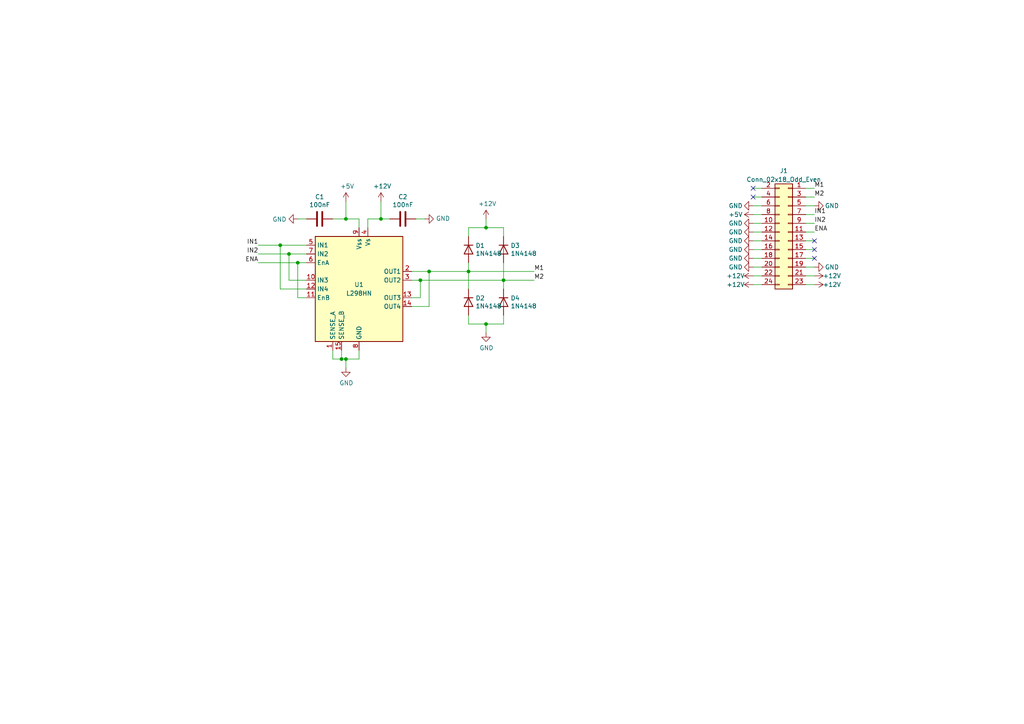
<source format=kicad_sch>
(kicad_sch (version 20200512) (host eeschema "5.99.0-unknown-ad88874~101~ubuntu20.04.1")
  (page 1 1)
  (paper "A4")
  (lib_symbols
    (symbol "Connector_Generic:Conn_02x12_Odd_Even" (pin_names hide)
      (property "Reference" "J" (at 1.27 15.24 0))
      (property "Value" "Conn_02x12_Odd_Even" (at 1.27 -17.78 0))
      (symbol "Conn_02x12_Odd_Even_1_1"
        (rectangle (start -1.27 -4.953) (end 0 -5.207))
        (rectangle (start -1.27 -7.493) (end 0 -7.747))
        (rectangle (start -1.27 -10.033) (end 0 -10.287))
        (rectangle (start -1.27 -12.573) (end 0 -12.827))
        (rectangle (start -1.27 -15.113) (end 0 -15.367))
        (rectangle (start -1.27 -2.413) (end 0 -2.667))
        (rectangle (start -1.27 2.667) (end 0 2.413))
        (rectangle (start -1.27 5.207) (end 0 4.953))
        (rectangle (start -1.27 7.747) (end 0 7.493))
        (rectangle (start -1.27 10.287) (end 0 10.033))
        (rectangle (start -1.27 0.127) (end 0 -0.127))
        (rectangle (start -1.27 12.827) (end 0 12.573))
        (rectangle (start -1.27 13.97) (end 3.81 -16.51) (stroke (width 0.254)) (fill (type background)))
        (rectangle (start 3.81 -4.953) (end 2.54 -5.207))
        (rectangle (start 3.81 -7.493) (end 2.54 -7.747))
        (rectangle (start 3.81 -10.033) (end 2.54 -10.287))
        (rectangle (start 3.81 -12.573) (end 2.54 -12.827))
        (rectangle (start 3.81 -15.113) (end 2.54 -15.367))
        (rectangle (start 3.81 -2.413) (end 2.54 -2.667))
        (rectangle (start 3.81 2.667) (end 2.54 2.413))
        (rectangle (start 3.81 5.207) (end 2.54 4.953))
        (rectangle (start 3.81 7.747) (end 2.54 7.493))
        (rectangle (start 3.81 10.287) (end 2.54 10.033))
        (rectangle (start 3.81 0.127) (end 2.54 -0.127))
        (rectangle (start 3.81 12.827) (end 2.54 12.573))
        (pin passive line (at -5.08 12.7 0) (length 3.81) (name "Pin_1") (number "1"))
        (pin passive line (at 7.62 2.54 180) (length 3.81) (name "Pin_10") (number "10"))
        (pin passive line (at -5.08 0 0) (length 3.81) (name "Pin_11") (number "11"))
        (pin passive line (at 7.62 0 180) (length 3.81) (name "Pin_12") (number "12"))
        (pin passive line (at -5.08 -2.54 0) (length 3.81) (name "Pin_13") (number "13"))
        (pin passive line (at 7.62 -2.54 180) (length 3.81) (name "Pin_14") (number "14"))
        (pin passive line (at -5.08 -5.08 0) (length 3.81) (name "Pin_15") (number "15"))
        (pin passive line (at 7.62 -5.08 180) (length 3.81) (name "Pin_16") (number "16"))
        (pin passive line (at -5.08 -7.62 0) (length 3.81) (name "Pin_17") (number "17"))
        (pin passive line (at 7.62 -7.62 180) (length 3.81) (name "Pin_18") (number "18"))
        (pin passive line (at -5.08 -10.16 0) (length 3.81) (name "Pin_19") (number "19"))
        (pin passive line (at 7.62 12.7 180) (length 3.81) (name "Pin_2") (number "2"))
        (pin passive line (at 7.62 -10.16 180) (length 3.81) (name "Pin_20") (number "20"))
        (pin passive line (at -5.08 -12.7 0) (length 3.81) (name "Pin_21") (number "21"))
        (pin passive line (at 7.62 -12.7 180) (length 3.81) (name "Pin_22") (number "22"))
        (pin passive line (at -5.08 -15.24 0) (length 3.81) (name "Pin_23") (number "23"))
        (pin passive line (at 7.62 -15.24 180) (length 3.81) (name "Pin_24") (number "24"))
        (pin passive line (at -5.08 10.16 0) (length 3.81) (name "Pin_3") (number "3"))
        (pin passive line (at 7.62 10.16 180) (length 3.81) (name "Pin_4") (number "4"))
        (pin passive line (at -5.08 7.62 0) (length 3.81) (name "Pin_5") (number "5"))
        (pin passive line (at 7.62 7.62 180) (length 3.81) (name "Pin_6") (number "6"))
        (pin passive line (at -5.08 5.08 0) (length 3.81) (name "Pin_7") (number "7"))
        (pin passive line (at 7.62 5.08 180) (length 3.81) (name "Pin_8") (number "8"))
        (pin passive line (at -5.08 2.54 0) (length 3.81) (name "Pin_9") (number "9"))
      )
    )
    (symbol "Device:C" (pin_numbers hide) (pin_names (offset 0.254))
      (property "Reference" "C" (at 0.635 2.54 0))
      (property "Value" "C" (at 0.635 -2.54 0))
      (symbol "C_0_1"
        (polyline (pts (xy -2.032 -0.762) (xy 2.032 -0.762)) (stroke (width 0.508)))
        (polyline (pts (xy -2.032 0.762) (xy 2.032 0.762)) (stroke (width 0.508)))
      )
      (symbol "C_1_1"
        (pin passive line (at 0 3.81 270) (length 2.794) (name "~") (number "1"))
        (pin passive line (at 0 -3.81 90) (length 2.794) (name "~") (number "2"))
      )
    )
    (symbol "Diode:1N4148" (pin_numbers hide) (pin_names hide)
      (property "Reference" "D" (at 0 2.54 0))
      (property "Value" "1N4148" (at 0 -2.54 0))
      (symbol "1N4148_0_1"
        (polyline (pts (xy -1.27 1.27) (xy -1.27 -1.27)) (stroke (width 0.254)))
        (polyline (pts (xy 1.27 0) (xy -1.27 0)))
        (polyline (pts (xy 1.27 1.27) (xy 1.27 -1.27) (xy -1.27 0) (xy 1.27 1.27)) (stroke (width 0.254)))
      )
      (symbol "1N4148_1_1"
        (pin passive line (at -3.81 0 0) (length 2.54) (name "K") (number "1"))
        (pin passive line (at 3.81 0 180) (length 2.54) (name "A") (number "2"))
      )
    )
    (symbol "Driver_Motor:L298HN"
      (property "Reference" "U" (at -10.16 16.51 0))
      (property "Value" "L298HN" (at 12.7 16.51 0))
      (symbol "L298HN_0_1"
        (rectangle (start -12.7 15.24) (end 12.7 -15.24) (stroke (width 0.254)) (fill (type background)))
      )
      (symbol "L298HN_1_1"
        (pin power_in line (at -7.62 -17.78 90) (length 2.54) (name "SENSE_A") (number "1"))
        (pin input line (at -15.24 2.54 0) (length 2.54) (name "IN3") (number "10"))
        (pin input line (at -15.24 -2.54 0) (length 2.54) (name "EnB") (number "11"))
        (pin input line (at -15.24 0 0) (length 2.54) (name "IN4") (number "12"))
        (pin output line (at 15.24 -2.54 180) (length 2.54) (name "OUT3") (number "13"))
        (pin output line (at 15.24 -5.08 180) (length 2.54) (name "OUT4") (number "14"))
        (pin power_in line (at -5.08 -17.78 90) (length 2.54) (name "SENSE_B") (number "15"))
        (pin output line (at 15.24 5.08 180) (length 2.54) (name "OUT1") (number "2"))
        (pin output line (at 15.24 2.54 180) (length 2.54) (name "OUT2") (number "3"))
        (pin power_in line (at 2.54 17.78 270) (length 2.54) (name "Vs") (number "4"))
        (pin input line (at -15.24 12.7 0) (length 2.54) (name "IN1") (number "5"))
        (pin input line (at -15.24 7.62 0) (length 2.54) (name "EnA") (number "6"))
        (pin input line (at -15.24 10.16 0) (length 2.54) (name "IN2") (number "7"))
        (pin power_in line (at 0 -17.78 90) (length 2.54) (name "GND") (number "8"))
        (pin power_in line (at 0 17.78 270) (length 2.54) (name "Vss") (number "9"))
      )
    )
    (symbol "power:+12V" (power) (pin_names (offset 0))
      (property "Value" "+12V" (at 0 3.556 0))
      (symbol "+12V_0_1"
        (polyline (pts (xy -0.762 1.27) (xy 0 2.54)))
        (polyline (pts (xy 0 0) (xy 0 2.54)))
        (polyline (pts (xy 0 2.54) (xy 0.762 1.27)))
      )
      (symbol "+12V_1_1"
        (pin power_in line (at 0 0 90) (length 0) (name "+12V") (number "1") hide)
      )
    )
    (symbol "power:+5V" (power) (pin_names (offset 0))
      (property "Value" "+5V" (at 0 3.556 0))
      (symbol "+5V_0_1"
        (polyline (pts (xy -0.762 1.27) (xy 0 2.54)))
        (polyline (pts (xy 0 0) (xy 0 2.54)))
        (polyline (pts (xy 0 2.54) (xy 0.762 1.27)))
      )
      (symbol "+5V_1_1"
        (pin power_in line (at 0 0 90) (length 0) (name "+5V") (number "1") hide)
      )
    )
    (symbol "power:GND" (power) (pin_names (offset 0))
      (property "Value" "GND" (at 0 -3.81 0))
      (symbol "GND_0_1"
        (polyline (pts (xy 0 0) (xy 0 -1.27) (xy 1.27 -1.27) (xy 0 -2.54) (xy -1.27 -1.27) (xy 0 -1.27)))
      )
      (symbol "GND_1_1"
        (pin power_in line (at 0 0 270) (length 0) (name "GND") (number "1") hide)
      )
    )
  )
  (junction (at 81.28 71.12))
  (junction (at 83.82 73.66))
  (junction (at 86.36 76.2))
  (junction (at 99.06 104.14))
  (junction (at 100.33 63.5))
  (junction (at 100.33 104.14))
  (junction (at 110.49 63.5))
  (junction (at 121.92 81.28))
  (junction (at 124.46 78.74))
  (junction (at 135.89 78.74))
  (junction (at 140.97 66.04))
  (junction (at 140.97 93.98))
  (junction (at 146.05 81.28))
  (no_connect (at 236.22 72.39))
  (no_connect (at 218.44 54.61))
  (no_connect (at 236.22 69.85))
  (no_connect (at 218.44 57.15))
  (no_connect (at 236.22 74.93))
  (wire (pts (xy 74.93 71.12) (xy 81.28 71.12)))
  (wire (pts (xy 74.93 73.66) (xy 83.82 73.66)))
  (wire (pts (xy 74.93 76.2) (xy 86.36 76.2)))
  (wire (pts (xy 81.28 71.12) (xy 81.28 83.82)))
  (wire (pts (xy 81.28 71.12) (xy 88.9 71.12)))
  (wire (pts (xy 81.28 83.82) (xy 88.9 83.82)))
  (wire (pts (xy 83.82 73.66) (xy 83.82 81.28)))
  (wire (pts (xy 83.82 73.66) (xy 88.9 73.66)))
  (wire (pts (xy 83.82 81.28) (xy 88.9 81.28)))
  (wire (pts (xy 86.36 76.2) (xy 86.36 86.36)))
  (wire (pts (xy 86.36 86.36) (xy 88.9 86.36)))
  (wire (pts (xy 88.9 63.5) (xy 86.36 63.5)))
  (wire (pts (xy 88.9 76.2) (xy 86.36 76.2)))
  (wire (pts (xy 96.52 101.6) (xy 96.52 104.14)))
  (wire (pts (xy 96.52 104.14) (xy 99.06 104.14)))
  (wire (pts (xy 99.06 101.6) (xy 99.06 104.14)))
  (wire (pts (xy 100.33 58.42) (xy 100.33 63.5)))
  (wire (pts (xy 100.33 63.5) (xy 96.52 63.5)))
  (wire (pts (xy 100.33 63.5) (xy 104.14 63.5)))
  (wire (pts (xy 100.33 104.14) (xy 99.06 104.14)))
  (wire (pts (xy 100.33 104.14) (xy 104.14 104.14)))
  (wire (pts (xy 100.33 106.68) (xy 100.33 104.14)))
  (wire (pts (xy 104.14 63.5) (xy 104.14 66.04)))
  (wire (pts (xy 104.14 104.14) (xy 104.14 101.6)))
  (wire (pts (xy 106.68 63.5) (xy 110.49 63.5)))
  (wire (pts (xy 106.68 66.04) (xy 106.68 63.5)))
  (wire (pts (xy 110.49 58.42) (xy 110.49 63.5)))
  (wire (pts (xy 110.49 63.5) (xy 113.03 63.5)))
  (wire (pts (xy 119.38 78.74) (xy 124.46 78.74)))
  (wire (pts (xy 119.38 81.28) (xy 121.92 81.28)))
  (wire (pts (xy 119.38 86.36) (xy 121.92 86.36)))
  (wire (pts (xy 121.92 81.28) (xy 146.05 81.28)))
  (wire (pts (xy 121.92 86.36) (xy 121.92 81.28)))
  (wire (pts (xy 123.19 63.5) (xy 120.65 63.5)))
  (wire (pts (xy 124.46 78.74) (xy 124.46 88.9)))
  (wire (pts (xy 124.46 78.74) (xy 135.89 78.74)))
  (wire (pts (xy 124.46 88.9) (xy 119.38 88.9)))
  (wire (pts (xy 135.89 66.04) (xy 135.89 68.58)))
  (wire (pts (xy 135.89 78.74) (xy 135.89 76.2)))
  (wire (pts (xy 135.89 78.74) (xy 135.89 83.82)))
  (wire (pts (xy 135.89 78.74) (xy 154.94 78.74)))
  (wire (pts (xy 135.89 93.98) (xy 135.89 91.44)))
  (wire (pts (xy 140.97 63.5) (xy 140.97 66.04)))
  (wire (pts (xy 140.97 66.04) (xy 135.89 66.04)))
  (wire (pts (xy 140.97 93.98) (xy 135.89 93.98)))
  (wire (pts (xy 140.97 93.98) (xy 146.05 93.98)))
  (wire (pts (xy 140.97 96.52) (xy 140.97 93.98)))
  (wire (pts (xy 146.05 66.04) (xy 140.97 66.04)))
  (wire (pts (xy 146.05 68.58) (xy 146.05 66.04)))
  (wire (pts (xy 146.05 81.28) (xy 146.05 76.2)))
  (wire (pts (xy 146.05 81.28) (xy 154.94 81.28)))
  (wire (pts (xy 146.05 83.82) (xy 146.05 81.28)))
  (wire (pts (xy 146.05 91.44) (xy 146.05 93.98)))
  (wire (pts (xy 218.44 54.61) (xy 220.98 54.61)))
  (wire (pts (xy 218.44 57.15) (xy 220.98 57.15)))
  (wire (pts (xy 218.44 59.69) (xy 220.98 59.69)))
  (wire (pts (xy 218.44 62.23) (xy 220.98 62.23)))
  (wire (pts (xy 218.44 64.77) (xy 220.98 64.77)))
  (wire (pts (xy 218.44 67.31) (xy 220.98 67.31)))
  (wire (pts (xy 218.44 69.85) (xy 220.98 69.85)))
  (wire (pts (xy 218.44 72.39) (xy 220.98 72.39)))
  (wire (pts (xy 218.44 74.93) (xy 220.98 74.93)))
  (wire (pts (xy 218.44 77.47) (xy 220.98 77.47)))
  (wire (pts (xy 218.44 80.01) (xy 220.98 80.01)))
  (wire (pts (xy 218.44 82.55) (xy 220.98 82.55)))
  (wire (pts (xy 233.68 67.31) (xy 236.22 67.31)))
  (wire (pts (xy 233.68 69.85) (xy 236.22 69.85)))
  (wire (pts (xy 236.22 54.61) (xy 233.68 54.61)))
  (wire (pts (xy 236.22 57.15) (xy 233.68 57.15)))
  (wire (pts (xy 236.22 59.69) (xy 233.68 59.69)))
  (wire (pts (xy 236.22 62.23) (xy 233.68 62.23)))
  (wire (pts (xy 236.22 64.77) (xy 233.68 64.77)))
  (wire (pts (xy 236.22 72.39) (xy 233.68 72.39)))
  (wire (pts (xy 236.22 74.93) (xy 233.68 74.93)))
  (wire (pts (xy 236.22 77.47) (xy 233.68 77.47)))
  (wire (pts (xy 236.22 80.01) (xy 233.68 80.01)))
  (wire (pts (xy 236.22 82.55) (xy 233.68 82.55)))
  (label "IN1" (at 74.93 71.12 180))
  (label "IN2" (at 74.93 73.66 180))
  (label "ENA" (at 74.93 76.2 180))
  (label "M1" (at 154.94 78.74 0))
  (label "M2" (at 154.94 81.28 0))
  (label "M1" (at 236.22 54.61 0))
  (label "M2" (at 236.22 57.15 0))
  (label "IN1" (at 236.22 62.23 0))
  (label "IN2" (at 236.22 64.77 0))
  (label "ENA" (at 236.22 67.31 0))
  (symbol (lib_id "power:+5V") (at 100.33 58.42 0) (unit 1)
    (property "Reference" "#PWR0127" (effects hide))
    (property "Value" "+5V" (at 100.711 54.0258 0))
  )
  (symbol (lib_id "power:+12V") (at 110.49 58.42 0) (unit 1)
    (property "Reference" "#PWR0123" (effects hide))
    (property "Value" "+12V" (at 110.871 54.0258 0))
  )
  (symbol (lib_id "power:+12V") (at 140.97 63.5 0) (unit 1)
    (property "Reference" "#PWR0119" (effects hide))
    (property "Value" "+12V" (at 141.351 59.1058 0))
  )
  (symbol (lib_id "power:+5V") (at 218.44 62.23 90) (unit 1)
    (property "Reference" "#PWR057" (effects hide))
    (property "Value" "+5V" (at 213.36 62.23 90))
  )
  (symbol (lib_id "power:+12V") (at 218.44 80.01 90) (mirror x) (unit 1)
    (property "Reference" "#PWR064" (effects hide))
    (property "Value" "+12V" (at 213.36 80.01 90))
  )
  (symbol (lib_id "power:+12V") (at 218.44 82.55 90) (mirror x) (unit 1)
    (property "Reference" "#PWR065" (effects hide))
    (property "Value" "+12V" (at 213.36 82.55 90))
  )
  (symbol (lib_id "power:+12V") (at 236.22 80.01 270) (unit 1)
    (property "Reference" "#PWR068" (effects hide))
    (property "Value" "+12V" (at 241.3 80.01 90))
  )
  (symbol (lib_id "power:+12V") (at 236.22 82.55 270) (unit 1)
    (property "Reference" "#PWR069" (effects hide))
    (property "Value" "+12V" (at 241.3 82.55 90))
  )
  (symbol (lib_id "power:GND") (at 86.36 63.5 270) (unit 1)
    (property "Reference" "#PWR0122" (effects hide))
    (property "Value" "GND" (at 83.1088 63.627 90) (effects (justify right)))
  )
  (symbol (lib_id "power:GND") (at 100.33 106.68 0) (unit 1)
    (property "Reference" "#PWR0125" (effects hide))
    (property "Value" "GND" (at 100.457 111.0742 0))
  )
  (symbol (lib_id "power:GND") (at 123.19 63.5 90) (unit 1)
    (property "Reference" "#PWR0121" (effects hide))
    (property "Value" "GND" (at 126.4412 63.373 90) (effects (justify right)))
  )
  (symbol (lib_id "power:GND") (at 140.97 96.52 0) (unit 1)
    (property "Reference" "#PWR0120" (effects hide))
    (property "Value" "GND" (at 141.097 100.9142 0))
  )
  (symbol (lib_id "power:GND") (at 218.44 59.69 270) (unit 1)
    (property "Reference" "#PWR063" (effects hide))
    (property "Value" "GND" (at 213.36 59.69 90))
  )
  (symbol (lib_id "power:GND") (at 218.44 64.77 270) (unit 1)
    (property "Reference" "#PWR058" (effects hide))
    (property "Value" "GND" (at 213.36 64.77 90))
  )
  (symbol (lib_id "power:GND") (at 218.44 67.31 270) (unit 1)
    (property "Reference" "#PWR059" (effects hide))
    (property "Value" "GND" (at 213.36 67.31 90))
  )
  (symbol (lib_id "power:GND") (at 218.44 69.85 270) (unit 1)
    (property "Reference" "#PWR060" (effects hide))
    (property "Value" "GND" (at 213.36 69.85 90))
  )
  (symbol (lib_id "power:GND") (at 218.44 72.39 270) (unit 1)
    (property "Reference" "#PWR061" (effects hide))
    (property "Value" "GND" (at 213.36 72.39 90))
  )
  (symbol (lib_id "power:GND") (at 218.44 74.93 270) (unit 1)
    (property "Reference" "#PWR062" (effects hide))
    (property "Value" "GND" (at 213.36 74.93 90))
  )
  (symbol (lib_id "power:GND") (at 218.44 77.47 270) (unit 1)
    (property "Reference" "#PWR066" (effects hide))
    (property "Value" "GND" (at 213.36 77.47 90))
  )
  (symbol (lib_id "power:GND") (at 236.22 59.69 90) (unit 1)
    (property "Reference" "#PWR067" (effects hide))
    (property "Value" "GND" (at 241.3 59.69 90))
  )
  (symbol (lib_id "power:GND") (at 236.22 77.47 90) (unit 1)
    (property "Reference" "#PWR070" (effects hide))
    (property "Value" "GND" (at 241.3 77.47 90))
  )
  (symbol (lib_id "Diode:1N4148") (at 135.89 72.39 270) (unit 1)
    (property "Reference" "D1" (at 137.922 71.2216 90) (effects (justify left)))
    (property "Value" "1N4148" (at 137.922 73.533 90) (effects (justify left)))
    (property "Footprint" "JBC_diodes:D_SOD-80" (effects hide))
    (property "Datasheet" "https://assets.nexperia.com/documents/data-sheet/1N4148_1N4448.pdf" (effects hide))
  )
  (symbol (lib_id "Diode:1N4148") (at 135.89 87.63 270) (unit 1)
    (property "Reference" "D2" (at 137.922 86.4616 90) (effects (justify left)))
    (property "Value" "1N4148" (at 137.922 88.773 90) (effects (justify left)))
    (property "Footprint" "JBC_diodes:D_SOD-80" (effects hide))
    (property "Datasheet" "https://assets.nexperia.com/documents/data-sheet/1N4148_1N4448.pdf" (effects hide))
  )
  (symbol (lib_id "Diode:1N4148") (at 146.05 72.39 270) (unit 1)
    (property "Reference" "D3" (at 148.082 71.2216 90) (effects (justify left)))
    (property "Value" "1N4148" (at 148.082 73.533 90) (effects (justify left)))
    (property "Footprint" "JBC_diodes:D_SOD-80" (effects hide))
    (property "Datasheet" "https://assets.nexperia.com/documents/data-sheet/1N4148_1N4448.pdf" (effects hide))
  )
  (symbol (lib_id "Diode:1N4148") (at 146.05 87.63 270) (unit 1)
    (property "Reference" "D4" (at 148.082 86.4616 90) (effects (justify left)))
    (property "Value" "1N4148" (at 148.082 88.773 90) (effects (justify left)))
    (property "Footprint" "JBC_diodes:D_SOD-80" (effects hide))
    (property "Datasheet" "https://assets.nexperia.com/documents/data-sheet/1N4148_1N4448.pdf" (effects hide))
  )
  (symbol (lib_id "Device:C") (at 92.71 63.5 270) (unit 1)
    (property "Reference" "C1" (at 92.71 57.0992 90))
    (property "Value" "100nF" (at 92.71 59.4106 90))
    (property "Footprint" "Capacitor_SMD:C_0603_1608Metric_Pad1.05x0.95mm_HandSolder" (effects hide))
  )
  (symbol (lib_id "Device:C") (at 116.84 63.5 270) (unit 1)
    (property "Reference" "C2" (at 116.84 57.0992 90))
    (property "Value" "100nF" (at 116.84 59.4106 90))
    (property "Footprint" "Capacitor_SMD:C_0603_1608Metric_Pad1.05x0.95mm_HandSolder" (effects hide))
  )
  (symbol (lib_id "Connector_Generic:Conn_02x12_Odd_Even") (at 228.6 67.31 0) (mirror y) (unit 1)
    (property "Reference" "J1" (at 227.33 49.53 0))
    (property "Value" "Conn_02x18_Odd_Even" (at 227.33 52.07 0))
    (property "Footprint" "Connector_PinHeader_2.54mm:PinHeader_2x12_P2.54mm_Horizontal" (effects hide))
  )
  (symbol (lib_id "Driver_Motor:L298HN") (at 104.14 83.82 0)
    (property "Reference" "U1" (at 104.14 82.55 0))
    (property "Value" "L298HN" (at 104.14 85.09 0))
    (property "Footprint" "JBC_ST:TO-220-15_P2.54x2.54mm_StaggerOdd_Lead5.84mm_TabDown" (effects hide))
    (property "Datasheet" "http://www.st.com/st-web-ui/static/active/en/resource/technical/document/datasheet/CD00000240.pdf" (effects hide))
  )
)
</source>
